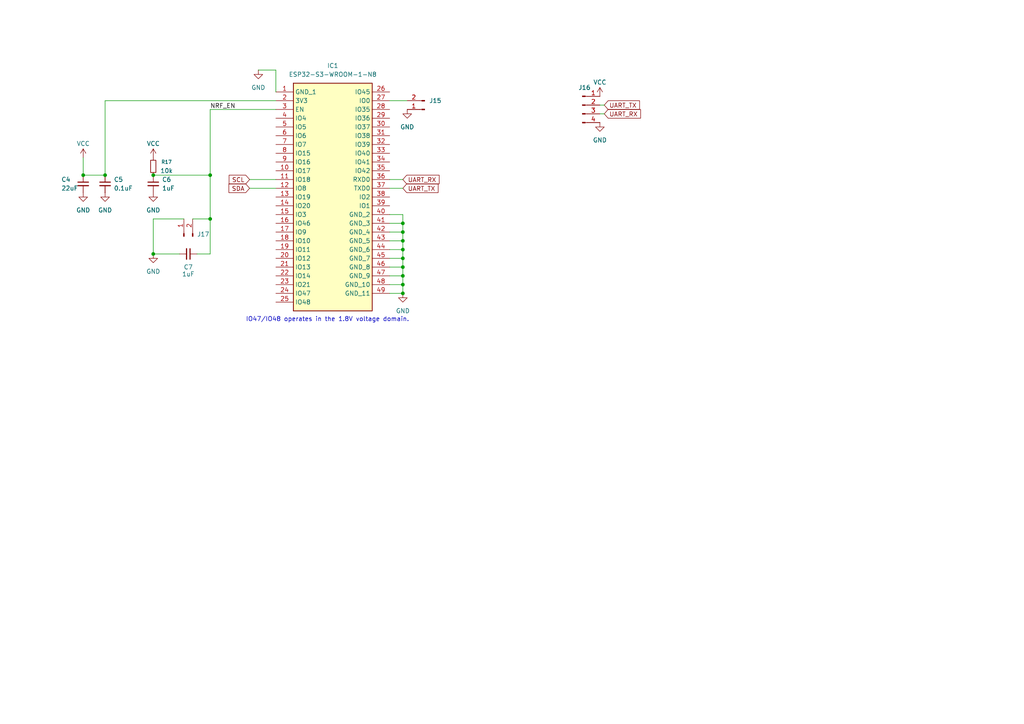
<source format=kicad_sch>
(kicad_sch
	(version 20250114)
	(generator "eeschema")
	(generator_version "9.0")
	(uuid "f8166528-db0d-4f84-9c97-6c2bda48260f")
	(paper "A4")
	(lib_symbols
		(symbol "Connector:Conn_01x02_Pin"
			(pin_names
				(offset 1.016)
				(hide yes)
			)
			(exclude_from_sim no)
			(in_bom yes)
			(on_board yes)
			(property "Reference" "J"
				(at 0 2.54 0)
				(effects
					(font
						(size 1.27 1.27)
					)
				)
			)
			(property "Value" "Conn_01x02_Pin"
				(at 0 -5.08 0)
				(effects
					(font
						(size 1.27 1.27)
					)
				)
			)
			(property "Footprint" ""
				(at 0 0 0)
				(effects
					(font
						(size 1.27 1.27)
					)
					(hide yes)
				)
			)
			(property "Datasheet" "~"
				(at 0 0 0)
				(effects
					(font
						(size 1.27 1.27)
					)
					(hide yes)
				)
			)
			(property "Description" "Generic connector, single row, 01x02, script generated"
				(at 0 0 0)
				(effects
					(font
						(size 1.27 1.27)
					)
					(hide yes)
				)
			)
			(property "ki_locked" ""
				(at 0 0 0)
				(effects
					(font
						(size 1.27 1.27)
					)
				)
			)
			(property "ki_keywords" "connector"
				(at 0 0 0)
				(effects
					(font
						(size 1.27 1.27)
					)
					(hide yes)
				)
			)
			(property "ki_fp_filters" "Connector*:*_1x??_*"
				(at 0 0 0)
				(effects
					(font
						(size 1.27 1.27)
					)
					(hide yes)
				)
			)
			(symbol "Conn_01x02_Pin_1_1"
				(rectangle
					(start 0.8636 0.127)
					(end 0 -0.127)
					(stroke
						(width 0.1524)
						(type default)
					)
					(fill
						(type outline)
					)
				)
				(rectangle
					(start 0.8636 -2.413)
					(end 0 -2.667)
					(stroke
						(width 0.1524)
						(type default)
					)
					(fill
						(type outline)
					)
				)
				(polyline
					(pts
						(xy 1.27 0) (xy 0.8636 0)
					)
					(stroke
						(width 0.1524)
						(type default)
					)
					(fill
						(type none)
					)
				)
				(polyline
					(pts
						(xy 1.27 -2.54) (xy 0.8636 -2.54)
					)
					(stroke
						(width 0.1524)
						(type default)
					)
					(fill
						(type none)
					)
				)
				(pin passive line
					(at 5.08 0 180)
					(length 3.81)
					(name "Pin_1"
						(effects
							(font
								(size 1.27 1.27)
							)
						)
					)
					(number "1"
						(effects
							(font
								(size 1.27 1.27)
							)
						)
					)
				)
				(pin passive line
					(at 5.08 -2.54 180)
					(length 3.81)
					(name "Pin_2"
						(effects
							(font
								(size 1.27 1.27)
							)
						)
					)
					(number "2"
						(effects
							(font
								(size 1.27 1.27)
							)
						)
					)
				)
			)
			(embedded_fonts no)
		)
		(symbol "Connector:Conn_01x04_Pin"
			(pin_names
				(offset 1.016)
				(hide yes)
			)
			(exclude_from_sim no)
			(in_bom yes)
			(on_board yes)
			(property "Reference" "J"
				(at 0 5.08 0)
				(effects
					(font
						(size 1.27 1.27)
					)
				)
			)
			(property "Value" "Conn_01x04_Pin"
				(at 0 -7.62 0)
				(effects
					(font
						(size 1.27 1.27)
					)
				)
			)
			(property "Footprint" ""
				(at 0 0 0)
				(effects
					(font
						(size 1.27 1.27)
					)
					(hide yes)
				)
			)
			(property "Datasheet" "~"
				(at 0 0 0)
				(effects
					(font
						(size 1.27 1.27)
					)
					(hide yes)
				)
			)
			(property "Description" "Generic connector, single row, 01x04, script generated"
				(at 0 0 0)
				(effects
					(font
						(size 1.27 1.27)
					)
					(hide yes)
				)
			)
			(property "ki_locked" ""
				(at 0 0 0)
				(effects
					(font
						(size 1.27 1.27)
					)
				)
			)
			(property "ki_keywords" "connector"
				(at 0 0 0)
				(effects
					(font
						(size 1.27 1.27)
					)
					(hide yes)
				)
			)
			(property "ki_fp_filters" "Connector*:*_1x??_*"
				(at 0 0 0)
				(effects
					(font
						(size 1.27 1.27)
					)
					(hide yes)
				)
			)
			(symbol "Conn_01x04_Pin_1_1"
				(rectangle
					(start 0.8636 2.667)
					(end 0 2.413)
					(stroke
						(width 0.1524)
						(type default)
					)
					(fill
						(type outline)
					)
				)
				(rectangle
					(start 0.8636 0.127)
					(end 0 -0.127)
					(stroke
						(width 0.1524)
						(type default)
					)
					(fill
						(type outline)
					)
				)
				(rectangle
					(start 0.8636 -2.413)
					(end 0 -2.667)
					(stroke
						(width 0.1524)
						(type default)
					)
					(fill
						(type outline)
					)
				)
				(rectangle
					(start 0.8636 -4.953)
					(end 0 -5.207)
					(stroke
						(width 0.1524)
						(type default)
					)
					(fill
						(type outline)
					)
				)
				(polyline
					(pts
						(xy 1.27 2.54) (xy 0.8636 2.54)
					)
					(stroke
						(width 0.1524)
						(type default)
					)
					(fill
						(type none)
					)
				)
				(polyline
					(pts
						(xy 1.27 0) (xy 0.8636 0)
					)
					(stroke
						(width 0.1524)
						(type default)
					)
					(fill
						(type none)
					)
				)
				(polyline
					(pts
						(xy 1.27 -2.54) (xy 0.8636 -2.54)
					)
					(stroke
						(width 0.1524)
						(type default)
					)
					(fill
						(type none)
					)
				)
				(polyline
					(pts
						(xy 1.27 -5.08) (xy 0.8636 -5.08)
					)
					(stroke
						(width 0.1524)
						(type default)
					)
					(fill
						(type none)
					)
				)
				(pin passive line
					(at 5.08 2.54 180)
					(length 3.81)
					(name "Pin_1"
						(effects
							(font
								(size 1.27 1.27)
							)
						)
					)
					(number "1"
						(effects
							(font
								(size 1.27 1.27)
							)
						)
					)
				)
				(pin passive line
					(at 5.08 0 180)
					(length 3.81)
					(name "Pin_2"
						(effects
							(font
								(size 1.27 1.27)
							)
						)
					)
					(number "2"
						(effects
							(font
								(size 1.27 1.27)
							)
						)
					)
				)
				(pin passive line
					(at 5.08 -2.54 180)
					(length 3.81)
					(name "Pin_3"
						(effects
							(font
								(size 1.27 1.27)
							)
						)
					)
					(number "3"
						(effects
							(font
								(size 1.27 1.27)
							)
						)
					)
				)
				(pin passive line
					(at 5.08 -5.08 180)
					(length 3.81)
					(name "Pin_4"
						(effects
							(font
								(size 1.27 1.27)
							)
						)
					)
					(number "4"
						(effects
							(font
								(size 1.27 1.27)
							)
						)
					)
				)
			)
			(embedded_fonts no)
		)
		(symbol "Device:C_Small"
			(pin_numbers
				(hide yes)
			)
			(pin_names
				(offset 0.254)
				(hide yes)
			)
			(exclude_from_sim no)
			(in_bom yes)
			(on_board yes)
			(property "Reference" "C"
				(at 0.254 1.778 0)
				(effects
					(font
						(size 1.27 1.27)
					)
					(justify left)
				)
			)
			(property "Value" "C_Small"
				(at 0.254 -2.032 0)
				(effects
					(font
						(size 1.27 1.27)
					)
					(justify left)
				)
			)
			(property "Footprint" ""
				(at 0 0 0)
				(effects
					(font
						(size 1.27 1.27)
					)
					(hide yes)
				)
			)
			(property "Datasheet" "~"
				(at 0 0 0)
				(effects
					(font
						(size 1.27 1.27)
					)
					(hide yes)
				)
			)
			(property "Description" "Unpolarized capacitor, small symbol"
				(at 0 0 0)
				(effects
					(font
						(size 1.27 1.27)
					)
					(hide yes)
				)
			)
			(property "ki_keywords" "capacitor cap"
				(at 0 0 0)
				(effects
					(font
						(size 1.27 1.27)
					)
					(hide yes)
				)
			)
			(property "ki_fp_filters" "C_*"
				(at 0 0 0)
				(effects
					(font
						(size 1.27 1.27)
					)
					(hide yes)
				)
			)
			(symbol "C_Small_0_1"
				(polyline
					(pts
						(xy -1.524 0.508) (xy 1.524 0.508)
					)
					(stroke
						(width 0.3048)
						(type default)
					)
					(fill
						(type none)
					)
				)
				(polyline
					(pts
						(xy -1.524 -0.508) (xy 1.524 -0.508)
					)
					(stroke
						(width 0.3302)
						(type default)
					)
					(fill
						(type none)
					)
				)
			)
			(symbol "C_Small_1_1"
				(pin passive line
					(at 0 2.54 270)
					(length 2.032)
					(name "~"
						(effects
							(font
								(size 1.27 1.27)
							)
						)
					)
					(number "1"
						(effects
							(font
								(size 1.27 1.27)
							)
						)
					)
				)
				(pin passive line
					(at 0 -2.54 90)
					(length 2.032)
					(name "~"
						(effects
							(font
								(size 1.27 1.27)
							)
						)
					)
					(number "2"
						(effects
							(font
								(size 1.27 1.27)
							)
						)
					)
				)
			)
			(embedded_fonts no)
		)
		(symbol "Device:R_Small"
			(pin_numbers
				(hide yes)
			)
			(pin_names
				(offset 0.254)
				(hide yes)
			)
			(exclude_from_sim no)
			(in_bom yes)
			(on_board yes)
			(property "Reference" "R"
				(at 0 0 90)
				(effects
					(font
						(size 1.016 1.016)
					)
				)
			)
			(property "Value" "R_Small"
				(at 1.778 0 90)
				(effects
					(font
						(size 1.27 1.27)
					)
				)
			)
			(property "Footprint" ""
				(at 0 0 0)
				(effects
					(font
						(size 1.27 1.27)
					)
					(hide yes)
				)
			)
			(property "Datasheet" "~"
				(at 0 0 0)
				(effects
					(font
						(size 1.27 1.27)
					)
					(hide yes)
				)
			)
			(property "Description" "Resistor, small symbol"
				(at 0 0 0)
				(effects
					(font
						(size 1.27 1.27)
					)
					(hide yes)
				)
			)
			(property "ki_keywords" "R resistor"
				(at 0 0 0)
				(effects
					(font
						(size 1.27 1.27)
					)
					(hide yes)
				)
			)
			(property "ki_fp_filters" "R_*"
				(at 0 0 0)
				(effects
					(font
						(size 1.27 1.27)
					)
					(hide yes)
				)
			)
			(symbol "R_Small_0_1"
				(rectangle
					(start -0.762 1.778)
					(end 0.762 -1.778)
					(stroke
						(width 0.2032)
						(type default)
					)
					(fill
						(type none)
					)
				)
			)
			(symbol "R_Small_1_1"
				(pin passive line
					(at 0 2.54 270)
					(length 0.762)
					(name "~"
						(effects
							(font
								(size 1.27 1.27)
							)
						)
					)
					(number "1"
						(effects
							(font
								(size 1.27 1.27)
							)
						)
					)
				)
				(pin passive line
					(at 0 -2.54 90)
					(length 0.762)
					(name "~"
						(effects
							(font
								(size 1.27 1.27)
							)
						)
					)
					(number "2"
						(effects
							(font
								(size 1.27 1.27)
							)
						)
					)
				)
			)
			(embedded_fonts no)
		)
		(symbol "ESP32-S3-WROOM-1-N8:ESP32-S3-WROOM-1-N8"
			(exclude_from_sim no)
			(in_bom yes)
			(on_board yes)
			(property "Reference" "IC"
				(at 29.21 7.62 0)
				(effects
					(font
						(size 1.27 1.27)
					)
					(justify left top)
				)
			)
			(property "Value" "ESP32-S3-WROOM-1-N8"
				(at 29.21 5.08 0)
				(effects
					(font
						(size 1.27 1.27)
					)
					(justify left top)
				)
			)
			(property "Footprint" "ESP32S3WROOM1N8R2"
				(at 29.21 -94.92 0)
				(effects
					(font
						(size 1.27 1.27)
					)
					(justify left top)
					(hide yes)
				)
			)
			(property "Datasheet" "https://www.espressif.com/sites/default/files/documentation/esp32-s3-wroom-1_wroom-1u_datasheet_en.pdf"
				(at 29.21 -194.92 0)
				(effects
					(font
						(size 1.27 1.27)
					)
					(justify left top)
					(hide yes)
				)
			)
			(property "Description" "SMD MODULE, ESP32-S3, 8 MB SPI F"
				(at 0 0 0)
				(effects
					(font
						(size 1.27 1.27)
					)
					(hide yes)
				)
			)
			(property "Height" "3.25"
				(at 29.21 -394.92 0)
				(effects
					(font
						(size 1.27 1.27)
					)
					(justify left top)
					(hide yes)
				)
			)
			(property "Mouser Part Number" "356-ESP32-S3WROOM1N8"
				(at 29.21 -494.92 0)
				(effects
					(font
						(size 1.27 1.27)
					)
					(justify left top)
					(hide yes)
				)
			)
			(property "Mouser Price/Stock" "https://www.mouser.co.uk/ProductDetail/Espressif-Systems/ESP32-S3-WROOM-1-N8?qs=Wj%2FVkw3K%252BMC1mq0KGPvoSQ%3D%3D"
				(at 29.21 -594.92 0)
				(effects
					(font
						(size 1.27 1.27)
					)
					(justify left top)
					(hide yes)
				)
			)
			(property "Manufacturer_Name" "Espressif Systems"
				(at 29.21 -694.92 0)
				(effects
					(font
						(size 1.27 1.27)
					)
					(justify left top)
					(hide yes)
				)
			)
			(property "Manufacturer_Part_Number" "ESP32-S3-WROOM-1-N8"
				(at 29.21 -794.92 0)
				(effects
					(font
						(size 1.27 1.27)
					)
					(justify left top)
					(hide yes)
				)
			)
			(symbol "ESP32-S3-WROOM-1-N8_1_1"
				(rectangle
					(start 5.08 2.54)
					(end 27.94 -63.5)
					(stroke
						(width 0.254)
						(type default)
					)
					(fill
						(type background)
					)
				)
				(pin passive line
					(at 0 0 0)
					(length 5.08)
					(name "GND_1"
						(effects
							(font
								(size 1.27 1.27)
							)
						)
					)
					(number "1"
						(effects
							(font
								(size 1.27 1.27)
							)
						)
					)
				)
				(pin passive line
					(at 0 -2.54 0)
					(length 5.08)
					(name "3V3"
						(effects
							(font
								(size 1.27 1.27)
							)
						)
					)
					(number "2"
						(effects
							(font
								(size 1.27 1.27)
							)
						)
					)
				)
				(pin passive line
					(at 0 -5.08 0)
					(length 5.08)
					(name "EN"
						(effects
							(font
								(size 1.27 1.27)
							)
						)
					)
					(number "3"
						(effects
							(font
								(size 1.27 1.27)
							)
						)
					)
				)
				(pin passive line
					(at 0 -7.62 0)
					(length 5.08)
					(name "IO4"
						(effects
							(font
								(size 1.27 1.27)
							)
						)
					)
					(number "4"
						(effects
							(font
								(size 1.27 1.27)
							)
						)
					)
				)
				(pin passive line
					(at 0 -10.16 0)
					(length 5.08)
					(name "IO5"
						(effects
							(font
								(size 1.27 1.27)
							)
						)
					)
					(number "5"
						(effects
							(font
								(size 1.27 1.27)
							)
						)
					)
				)
				(pin passive line
					(at 0 -12.7 0)
					(length 5.08)
					(name "IO6"
						(effects
							(font
								(size 1.27 1.27)
							)
						)
					)
					(number "6"
						(effects
							(font
								(size 1.27 1.27)
							)
						)
					)
				)
				(pin passive line
					(at 0 -15.24 0)
					(length 5.08)
					(name "IO7"
						(effects
							(font
								(size 1.27 1.27)
							)
						)
					)
					(number "7"
						(effects
							(font
								(size 1.27 1.27)
							)
						)
					)
				)
				(pin passive line
					(at 0 -17.78 0)
					(length 5.08)
					(name "IO15"
						(effects
							(font
								(size 1.27 1.27)
							)
						)
					)
					(number "8"
						(effects
							(font
								(size 1.27 1.27)
							)
						)
					)
				)
				(pin passive line
					(at 0 -20.32 0)
					(length 5.08)
					(name "IO16"
						(effects
							(font
								(size 1.27 1.27)
							)
						)
					)
					(number "9"
						(effects
							(font
								(size 1.27 1.27)
							)
						)
					)
				)
				(pin passive line
					(at 0 -22.86 0)
					(length 5.08)
					(name "IO17"
						(effects
							(font
								(size 1.27 1.27)
							)
						)
					)
					(number "10"
						(effects
							(font
								(size 1.27 1.27)
							)
						)
					)
				)
				(pin passive line
					(at 0 -25.4 0)
					(length 5.08)
					(name "IO18"
						(effects
							(font
								(size 1.27 1.27)
							)
						)
					)
					(number "11"
						(effects
							(font
								(size 1.27 1.27)
							)
						)
					)
				)
				(pin passive line
					(at 0 -27.94 0)
					(length 5.08)
					(name "IO8"
						(effects
							(font
								(size 1.27 1.27)
							)
						)
					)
					(number "12"
						(effects
							(font
								(size 1.27 1.27)
							)
						)
					)
				)
				(pin passive line
					(at 0 -30.48 0)
					(length 5.08)
					(name "IO19"
						(effects
							(font
								(size 1.27 1.27)
							)
						)
					)
					(number "13"
						(effects
							(font
								(size 1.27 1.27)
							)
						)
					)
				)
				(pin passive line
					(at 0 -33.02 0)
					(length 5.08)
					(name "IO20"
						(effects
							(font
								(size 1.27 1.27)
							)
						)
					)
					(number "14"
						(effects
							(font
								(size 1.27 1.27)
							)
						)
					)
				)
				(pin passive line
					(at 0 -35.56 0)
					(length 5.08)
					(name "IO3"
						(effects
							(font
								(size 1.27 1.27)
							)
						)
					)
					(number "15"
						(effects
							(font
								(size 1.27 1.27)
							)
						)
					)
				)
				(pin passive line
					(at 0 -38.1 0)
					(length 5.08)
					(name "IO46"
						(effects
							(font
								(size 1.27 1.27)
							)
						)
					)
					(number "16"
						(effects
							(font
								(size 1.27 1.27)
							)
						)
					)
				)
				(pin passive line
					(at 0 -40.64 0)
					(length 5.08)
					(name "IO9"
						(effects
							(font
								(size 1.27 1.27)
							)
						)
					)
					(number "17"
						(effects
							(font
								(size 1.27 1.27)
							)
						)
					)
				)
				(pin passive line
					(at 0 -43.18 0)
					(length 5.08)
					(name "IO10"
						(effects
							(font
								(size 1.27 1.27)
							)
						)
					)
					(number "18"
						(effects
							(font
								(size 1.27 1.27)
							)
						)
					)
				)
				(pin passive line
					(at 0 -45.72 0)
					(length 5.08)
					(name "IO11"
						(effects
							(font
								(size 1.27 1.27)
							)
						)
					)
					(number "19"
						(effects
							(font
								(size 1.27 1.27)
							)
						)
					)
				)
				(pin passive line
					(at 0 -48.26 0)
					(length 5.08)
					(name "IO12"
						(effects
							(font
								(size 1.27 1.27)
							)
						)
					)
					(number "20"
						(effects
							(font
								(size 1.27 1.27)
							)
						)
					)
				)
				(pin passive line
					(at 0 -50.8 0)
					(length 5.08)
					(name "IO13"
						(effects
							(font
								(size 1.27 1.27)
							)
						)
					)
					(number "21"
						(effects
							(font
								(size 1.27 1.27)
							)
						)
					)
				)
				(pin passive line
					(at 0 -53.34 0)
					(length 5.08)
					(name "IO14"
						(effects
							(font
								(size 1.27 1.27)
							)
						)
					)
					(number "22"
						(effects
							(font
								(size 1.27 1.27)
							)
						)
					)
				)
				(pin passive line
					(at 0 -55.88 0)
					(length 5.08)
					(name "IO21"
						(effects
							(font
								(size 1.27 1.27)
							)
						)
					)
					(number "23"
						(effects
							(font
								(size 1.27 1.27)
							)
						)
					)
				)
				(pin passive line
					(at 0 -58.42 0)
					(length 5.08)
					(name "IO47"
						(effects
							(font
								(size 1.27 1.27)
							)
						)
					)
					(number "24"
						(effects
							(font
								(size 1.27 1.27)
							)
						)
					)
				)
				(pin passive line
					(at 0 -60.96 0)
					(length 5.08)
					(name "IO48"
						(effects
							(font
								(size 1.27 1.27)
							)
						)
					)
					(number "25"
						(effects
							(font
								(size 1.27 1.27)
							)
						)
					)
				)
				(pin passive line
					(at 33.02 0 180)
					(length 5.08)
					(name "IO45"
						(effects
							(font
								(size 1.27 1.27)
							)
						)
					)
					(number "26"
						(effects
							(font
								(size 1.27 1.27)
							)
						)
					)
				)
				(pin passive line
					(at 33.02 -2.54 180)
					(length 5.08)
					(name "IO0"
						(effects
							(font
								(size 1.27 1.27)
							)
						)
					)
					(number "27"
						(effects
							(font
								(size 1.27 1.27)
							)
						)
					)
				)
				(pin passive line
					(at 33.02 -5.08 180)
					(length 5.08)
					(name "IO35"
						(effects
							(font
								(size 1.27 1.27)
							)
						)
					)
					(number "28"
						(effects
							(font
								(size 1.27 1.27)
							)
						)
					)
				)
				(pin passive line
					(at 33.02 -7.62 180)
					(length 5.08)
					(name "IO36"
						(effects
							(font
								(size 1.27 1.27)
							)
						)
					)
					(number "29"
						(effects
							(font
								(size 1.27 1.27)
							)
						)
					)
				)
				(pin passive line
					(at 33.02 -10.16 180)
					(length 5.08)
					(name "IO37"
						(effects
							(font
								(size 1.27 1.27)
							)
						)
					)
					(number "30"
						(effects
							(font
								(size 1.27 1.27)
							)
						)
					)
				)
				(pin passive line
					(at 33.02 -12.7 180)
					(length 5.08)
					(name "IO38"
						(effects
							(font
								(size 1.27 1.27)
							)
						)
					)
					(number "31"
						(effects
							(font
								(size 1.27 1.27)
							)
						)
					)
				)
				(pin passive line
					(at 33.02 -15.24 180)
					(length 5.08)
					(name "IO39"
						(effects
							(font
								(size 1.27 1.27)
							)
						)
					)
					(number "32"
						(effects
							(font
								(size 1.27 1.27)
							)
						)
					)
				)
				(pin passive line
					(at 33.02 -17.78 180)
					(length 5.08)
					(name "IO40"
						(effects
							(font
								(size 1.27 1.27)
							)
						)
					)
					(number "33"
						(effects
							(font
								(size 1.27 1.27)
							)
						)
					)
				)
				(pin passive line
					(at 33.02 -20.32 180)
					(length 5.08)
					(name "IO41"
						(effects
							(font
								(size 1.27 1.27)
							)
						)
					)
					(number "34"
						(effects
							(font
								(size 1.27 1.27)
							)
						)
					)
				)
				(pin passive line
					(at 33.02 -22.86 180)
					(length 5.08)
					(name "IO42"
						(effects
							(font
								(size 1.27 1.27)
							)
						)
					)
					(number "35"
						(effects
							(font
								(size 1.27 1.27)
							)
						)
					)
				)
				(pin passive line
					(at 33.02 -25.4 180)
					(length 5.08)
					(name "RXD0"
						(effects
							(font
								(size 1.27 1.27)
							)
						)
					)
					(number "36"
						(effects
							(font
								(size 1.27 1.27)
							)
						)
					)
				)
				(pin passive line
					(at 33.02 -27.94 180)
					(length 5.08)
					(name "TXD0"
						(effects
							(font
								(size 1.27 1.27)
							)
						)
					)
					(number "37"
						(effects
							(font
								(size 1.27 1.27)
							)
						)
					)
				)
				(pin passive line
					(at 33.02 -30.48 180)
					(length 5.08)
					(name "IO2"
						(effects
							(font
								(size 1.27 1.27)
							)
						)
					)
					(number "38"
						(effects
							(font
								(size 1.27 1.27)
							)
						)
					)
				)
				(pin passive line
					(at 33.02 -33.02 180)
					(length 5.08)
					(name "IO1"
						(effects
							(font
								(size 1.27 1.27)
							)
						)
					)
					(number "39"
						(effects
							(font
								(size 1.27 1.27)
							)
						)
					)
				)
				(pin passive line
					(at 33.02 -35.56 180)
					(length 5.08)
					(name "GND_2"
						(effects
							(font
								(size 1.27 1.27)
							)
						)
					)
					(number "40"
						(effects
							(font
								(size 1.27 1.27)
							)
						)
					)
				)
				(pin passive line
					(at 33.02 -38.1 180)
					(length 5.08)
					(name "GND_3"
						(effects
							(font
								(size 1.27 1.27)
							)
						)
					)
					(number "41"
						(effects
							(font
								(size 1.27 1.27)
							)
						)
					)
				)
				(pin passive line
					(at 33.02 -40.64 180)
					(length 5.08)
					(name "GND_4"
						(effects
							(font
								(size 1.27 1.27)
							)
						)
					)
					(number "42"
						(effects
							(font
								(size 1.27 1.27)
							)
						)
					)
				)
				(pin passive line
					(at 33.02 -43.18 180)
					(length 5.08)
					(name "GND_5"
						(effects
							(font
								(size 1.27 1.27)
							)
						)
					)
					(number "43"
						(effects
							(font
								(size 1.27 1.27)
							)
						)
					)
				)
				(pin passive line
					(at 33.02 -45.72 180)
					(length 5.08)
					(name "GND_6"
						(effects
							(font
								(size 1.27 1.27)
							)
						)
					)
					(number "44"
						(effects
							(font
								(size 1.27 1.27)
							)
						)
					)
				)
				(pin passive line
					(at 33.02 -48.26 180)
					(length 5.08)
					(name "GND_7"
						(effects
							(font
								(size 1.27 1.27)
							)
						)
					)
					(number "45"
						(effects
							(font
								(size 1.27 1.27)
							)
						)
					)
				)
				(pin passive line
					(at 33.02 -50.8 180)
					(length 5.08)
					(name "GND_8"
						(effects
							(font
								(size 1.27 1.27)
							)
						)
					)
					(number "46"
						(effects
							(font
								(size 1.27 1.27)
							)
						)
					)
				)
				(pin passive line
					(at 33.02 -53.34 180)
					(length 5.08)
					(name "GND_9"
						(effects
							(font
								(size 1.27 1.27)
							)
						)
					)
					(number "47"
						(effects
							(font
								(size 1.27 1.27)
							)
						)
					)
				)
				(pin passive line
					(at 33.02 -55.88 180)
					(length 5.08)
					(name "GND_10"
						(effects
							(font
								(size 1.27 1.27)
							)
						)
					)
					(number "48"
						(effects
							(font
								(size 1.27 1.27)
							)
						)
					)
				)
				(pin passive line
					(at 33.02 -58.42 180)
					(length 5.08)
					(name "GND_11"
						(effects
							(font
								(size 1.27 1.27)
							)
						)
					)
					(number "49"
						(effects
							(font
								(size 1.27 1.27)
							)
						)
					)
				)
			)
			(embedded_fonts no)
		)
		(symbol "power:GND"
			(power)
			(pin_numbers
				(hide yes)
			)
			(pin_names
				(offset 0)
				(hide yes)
			)
			(exclude_from_sim no)
			(in_bom yes)
			(on_board yes)
			(property "Reference" "#PWR"
				(at 0 -6.35 0)
				(effects
					(font
						(size 1.27 1.27)
					)
					(hide yes)
				)
			)
			(property "Value" "GND"
				(at 0 -3.81 0)
				(effects
					(font
						(size 1.27 1.27)
					)
				)
			)
			(property "Footprint" ""
				(at 0 0 0)
				(effects
					(font
						(size 1.27 1.27)
					)
					(hide yes)
				)
			)
			(property "Datasheet" ""
				(at 0 0 0)
				(effects
					(font
						(size 1.27 1.27)
					)
					(hide yes)
				)
			)
			(property "Description" "Power symbol creates a global label with name \"GND\" , ground"
				(at 0 0 0)
				(effects
					(font
						(size 1.27 1.27)
					)
					(hide yes)
				)
			)
			(property "ki_keywords" "global power"
				(at 0 0 0)
				(effects
					(font
						(size 1.27 1.27)
					)
					(hide yes)
				)
			)
			(symbol "GND_0_1"
				(polyline
					(pts
						(xy 0 0) (xy 0 -1.27) (xy 1.27 -1.27) (xy 0 -2.54) (xy -1.27 -1.27) (xy 0 -1.27)
					)
					(stroke
						(width 0)
						(type default)
					)
					(fill
						(type none)
					)
				)
			)
			(symbol "GND_1_1"
				(pin power_in line
					(at 0 0 270)
					(length 0)
					(name "~"
						(effects
							(font
								(size 1.27 1.27)
							)
						)
					)
					(number "1"
						(effects
							(font
								(size 1.27 1.27)
							)
						)
					)
				)
			)
			(embedded_fonts no)
		)
		(symbol "power:VCC"
			(power)
			(pin_numbers
				(hide yes)
			)
			(pin_names
				(offset 0)
				(hide yes)
			)
			(exclude_from_sim no)
			(in_bom yes)
			(on_board yes)
			(property "Reference" "#PWR"
				(at 0 -3.81 0)
				(effects
					(font
						(size 1.27 1.27)
					)
					(hide yes)
				)
			)
			(property "Value" "VCC"
				(at 0 3.556 0)
				(effects
					(font
						(size 1.27 1.27)
					)
				)
			)
			(property "Footprint" ""
				(at 0 0 0)
				(effects
					(font
						(size 1.27 1.27)
					)
					(hide yes)
				)
			)
			(property "Datasheet" ""
				(at 0 0 0)
				(effects
					(font
						(size 1.27 1.27)
					)
					(hide yes)
				)
			)
			(property "Description" "Power symbol creates a global label with name \"VCC\""
				(at 0 0 0)
				(effects
					(font
						(size 1.27 1.27)
					)
					(hide yes)
				)
			)
			(property "ki_keywords" "global power"
				(at 0 0 0)
				(effects
					(font
						(size 1.27 1.27)
					)
					(hide yes)
				)
			)
			(symbol "VCC_0_1"
				(polyline
					(pts
						(xy -0.762 1.27) (xy 0 2.54)
					)
					(stroke
						(width 0)
						(type default)
					)
					(fill
						(type none)
					)
				)
				(polyline
					(pts
						(xy 0 2.54) (xy 0.762 1.27)
					)
					(stroke
						(width 0)
						(type default)
					)
					(fill
						(type none)
					)
				)
				(polyline
					(pts
						(xy 0 0) (xy 0 2.54)
					)
					(stroke
						(width 0)
						(type default)
					)
					(fill
						(type none)
					)
				)
			)
			(symbol "VCC_1_1"
				(pin power_in line
					(at 0 0 90)
					(length 0)
					(name "~"
						(effects
							(font
								(size 1.27 1.27)
							)
						)
					)
					(number "1"
						(effects
							(font
								(size 1.27 1.27)
							)
						)
					)
				)
			)
			(embedded_fonts no)
		)
	)
	(text "IO47/IO48 operates in the 1.8V voltage domain.\n"
		(exclude_from_sim no)
		(at 94.996 92.71 0)
		(effects
			(font
				(size 1.27 1.27)
			)
		)
		(uuid "8568ed27-158e-4810-b3f1-17d7df1885ac")
	)
	(junction
		(at 30.48 50.8)
		(diameter 0)
		(color 0 0 0 0)
		(uuid "2725825a-6411-46f6-bf03-3beeec39c53b")
	)
	(junction
		(at 116.84 82.55)
		(diameter 0)
		(color 0 0 0 0)
		(uuid "2c9c0b33-c646-4ec2-bfb7-5ad200816d85")
	)
	(junction
		(at 60.96 50.8)
		(diameter 0)
		(color 0 0 0 0)
		(uuid "30917d09-1c9d-49a7-b526-558ae4908123")
	)
	(junction
		(at 44.45 50.8)
		(diameter 0)
		(color 0 0 0 0)
		(uuid "3b9a9a25-451c-4310-b782-73e054e807b3")
	)
	(junction
		(at 116.84 67.31)
		(diameter 0)
		(color 0 0 0 0)
		(uuid "458a0fb9-d044-48b0-819f-647e29b2a1ea")
	)
	(junction
		(at 116.84 64.77)
		(diameter 0)
		(color 0 0 0 0)
		(uuid "469fd177-f234-4244-9738-d0c5742df3eb")
	)
	(junction
		(at 116.84 72.39)
		(diameter 0)
		(color 0 0 0 0)
		(uuid "48d802da-421c-4009-8359-5d8b10162c7d")
	)
	(junction
		(at 60.96 63.5)
		(diameter 0)
		(color 0 0 0 0)
		(uuid "4f0d3173-39f0-482e-856a-0796f7fc17d1")
	)
	(junction
		(at 44.45 73.66)
		(diameter 0)
		(color 0 0 0 0)
		(uuid "5a305919-1789-4781-897a-6e90b8bd2643")
	)
	(junction
		(at 116.84 80.01)
		(diameter 0)
		(color 0 0 0 0)
		(uuid "6c585fa8-a14e-4018-8aa5-e1a113a6eb9f")
	)
	(junction
		(at 116.84 85.09)
		(diameter 0)
		(color 0 0 0 0)
		(uuid "9d1f61b9-58ca-4e9b-aa31-88889a6dbf00")
	)
	(junction
		(at 116.84 69.85)
		(diameter 0)
		(color 0 0 0 0)
		(uuid "a3e424f2-eb91-4e94-87c6-5b0bb2697d70")
	)
	(junction
		(at 116.84 74.93)
		(diameter 0)
		(color 0 0 0 0)
		(uuid "a3f47c30-8177-4fc8-94dc-c74b0f90d383")
	)
	(junction
		(at 24.13 50.8)
		(diameter 0)
		(color 0 0 0 0)
		(uuid "f7e64299-16d2-4b58-a862-8be2c3f026c2")
	)
	(junction
		(at 116.84 77.47)
		(diameter 0)
		(color 0 0 0 0)
		(uuid "f9942e30-c309-44a9-aea1-e47a440082e2")
	)
	(wire
		(pts
			(xy 116.84 52.07) (xy 113.03 52.07)
		)
		(stroke
			(width 0)
			(type default)
		)
		(uuid "0167deef-66b5-4ca2-9482-46a09740f2ab")
	)
	(wire
		(pts
			(xy 116.84 64.77) (xy 116.84 67.31)
		)
		(stroke
			(width 0)
			(type default)
		)
		(uuid "099ee581-af76-47ef-92ae-9f3e39d3e28c")
	)
	(wire
		(pts
			(xy 113.03 67.31) (xy 116.84 67.31)
		)
		(stroke
			(width 0)
			(type default)
		)
		(uuid "09f6b24c-314d-4b1b-bec3-1bdd18012040")
	)
	(wire
		(pts
			(xy 60.96 50.8) (xy 60.96 63.5)
		)
		(stroke
			(width 0)
			(type default)
		)
		(uuid "0e6627e1-5ea9-4c47-bf55-a23634e542cd")
	)
	(wire
		(pts
			(xy 116.84 62.23) (xy 116.84 64.77)
		)
		(stroke
			(width 0)
			(type default)
		)
		(uuid "113e7b10-94d3-4c9b-8ab4-990ef58c551e")
	)
	(wire
		(pts
			(xy 24.13 50.8) (xy 24.13 45.72)
		)
		(stroke
			(width 0)
			(type default)
		)
		(uuid "12df7960-a218-4475-b415-7d978b396cba")
	)
	(wire
		(pts
			(xy 60.96 63.5) (xy 60.96 73.66)
		)
		(stroke
			(width 0)
			(type default)
		)
		(uuid "146bd928-a045-496d-8eb6-4c62dba2dd7c")
	)
	(wire
		(pts
			(xy 60.96 73.66) (xy 57.15 73.66)
		)
		(stroke
			(width 0)
			(type default)
		)
		(uuid "16a64512-c3d4-4ba9-a3e1-92ae5c840f16")
	)
	(wire
		(pts
			(xy 60.96 31.75) (xy 60.96 50.8)
		)
		(stroke
			(width 0)
			(type default)
		)
		(uuid "1d2dab2e-02dc-4806-9acd-1e1245b6d185")
	)
	(wire
		(pts
			(xy 116.84 54.61) (xy 113.03 54.61)
		)
		(stroke
			(width 0)
			(type default)
		)
		(uuid "26bb199a-7b25-42bf-be46-9a97ac49a50d")
	)
	(wire
		(pts
			(xy 55.88 63.5) (xy 60.96 63.5)
		)
		(stroke
			(width 0)
			(type default)
		)
		(uuid "271a45d2-eb43-4f7b-b680-7869cc61497e")
	)
	(wire
		(pts
			(xy 113.03 64.77) (xy 116.84 64.77)
		)
		(stroke
			(width 0)
			(type default)
		)
		(uuid "2785a915-3cb5-4318-a2c2-5a09507a1d2d")
	)
	(wire
		(pts
			(xy 24.13 50.8) (xy 30.48 50.8)
		)
		(stroke
			(width 0)
			(type default)
		)
		(uuid "29ab2e17-ae45-4420-91a4-3d30dc6199e8")
	)
	(wire
		(pts
			(xy 30.48 29.21) (xy 80.01 29.21)
		)
		(stroke
			(width 0)
			(type default)
		)
		(uuid "2e253fef-4dce-4103-a843-2485dfc096b8")
	)
	(wire
		(pts
			(xy 80.01 20.32) (xy 80.01 26.67)
		)
		(stroke
			(width 0)
			(type default)
		)
		(uuid "307f19cd-564a-4b8a-8c18-c1d7b46af3ad")
	)
	(wire
		(pts
			(xy 113.03 62.23) (xy 116.84 62.23)
		)
		(stroke
			(width 0)
			(type default)
		)
		(uuid "31b54487-b115-4949-8e05-fc7bb0a52779")
	)
	(wire
		(pts
			(xy 175.26 33.02) (xy 173.99 33.02)
		)
		(stroke
			(width 0)
			(type default)
		)
		(uuid "32118c4d-5f08-4d1f-9a15-3e1b5dc68f50")
	)
	(wire
		(pts
			(xy 44.45 63.5) (xy 44.45 73.66)
		)
		(stroke
			(width 0)
			(type default)
		)
		(uuid "36ee2230-0be4-419d-9f62-4ace4e8dbeed")
	)
	(wire
		(pts
			(xy 116.84 80.01) (xy 116.84 82.55)
		)
		(stroke
			(width 0)
			(type default)
		)
		(uuid "3871530b-6055-4d82-9614-2433df33121b")
	)
	(wire
		(pts
			(xy 113.03 72.39) (xy 116.84 72.39)
		)
		(stroke
			(width 0)
			(type default)
		)
		(uuid "3e58a7a1-90cc-494b-81cb-0b652f2c3fbf")
	)
	(wire
		(pts
			(xy 116.84 82.55) (xy 116.84 85.09)
		)
		(stroke
			(width 0)
			(type default)
		)
		(uuid "3f164d7b-80ae-46bc-8c2d-889a420ea2b5")
	)
	(wire
		(pts
			(xy 30.48 50.8) (xy 30.48 29.21)
		)
		(stroke
			(width 0)
			(type default)
		)
		(uuid "488a8617-01b4-4b84-b86f-fe9e44268d93")
	)
	(wire
		(pts
			(xy 116.84 72.39) (xy 116.84 74.93)
		)
		(stroke
			(width 0)
			(type default)
		)
		(uuid "54ecc8d4-dddb-4052-890f-e805961568f8")
	)
	(wire
		(pts
			(xy 113.03 74.93) (xy 116.84 74.93)
		)
		(stroke
			(width 0)
			(type default)
		)
		(uuid "617c736c-de22-4def-8abe-9a2a48c7e445")
	)
	(wire
		(pts
			(xy 113.03 80.01) (xy 116.84 80.01)
		)
		(stroke
			(width 0)
			(type default)
		)
		(uuid "66c6835a-a21c-4c38-8d83-056843b0c780")
	)
	(wire
		(pts
			(xy 116.84 69.85) (xy 116.84 72.39)
		)
		(stroke
			(width 0)
			(type default)
		)
		(uuid "6a480715-edfa-4807-a563-63d9cda3086a")
	)
	(wire
		(pts
			(xy 116.84 77.47) (xy 116.84 80.01)
		)
		(stroke
			(width 0)
			(type default)
		)
		(uuid "7255cbd4-33c9-4ea9-8bdb-b10f7ae2a9f0")
	)
	(wire
		(pts
			(xy 72.39 52.07) (xy 80.01 52.07)
		)
		(stroke
			(width 0)
			(type default)
		)
		(uuid "980aad1d-7f89-40a4-9971-3308b14feb84")
	)
	(wire
		(pts
			(xy 175.26 30.48) (xy 173.99 30.48)
		)
		(stroke
			(width 0)
			(type default)
		)
		(uuid "9d4e18d5-c8c4-4c91-afbc-f046dbea4761")
	)
	(wire
		(pts
			(xy 113.03 82.55) (xy 116.84 82.55)
		)
		(stroke
			(width 0)
			(type default)
		)
		(uuid "b5148c24-1cea-4efe-a1e6-228584f7dc6a")
	)
	(wire
		(pts
			(xy 116.84 74.93) (xy 116.84 77.47)
		)
		(stroke
			(width 0)
			(type default)
		)
		(uuid "b653578d-66a9-4162-a932-f1b10bc91842")
	)
	(wire
		(pts
			(xy 60.96 31.75) (xy 80.01 31.75)
		)
		(stroke
			(width 0)
			(type default)
		)
		(uuid "bc7c1e50-a4cb-4c4b-af7f-8cdb3ef4db74")
	)
	(wire
		(pts
			(xy 72.39 54.61) (xy 80.01 54.61)
		)
		(stroke
			(width 0)
			(type default)
		)
		(uuid "be1eea51-f134-49a9-981a-122bb36b6ed7")
	)
	(wire
		(pts
			(xy 44.45 50.8) (xy 60.96 50.8)
		)
		(stroke
			(width 0)
			(type default)
		)
		(uuid "c2deaf57-f6d6-4ca6-b571-1b6a9e268375")
	)
	(wire
		(pts
			(xy 53.34 63.5) (xy 44.45 63.5)
		)
		(stroke
			(width 0)
			(type default)
		)
		(uuid "c4fdf38b-e859-42ba-ae2f-7cf0d6649585")
	)
	(wire
		(pts
			(xy 74.93 20.32) (xy 80.01 20.32)
		)
		(stroke
			(width 0)
			(type default)
		)
		(uuid "d8c4746b-797b-4887-a825-ad3ade047536")
	)
	(wire
		(pts
			(xy 113.03 29.21) (xy 118.11 29.21)
		)
		(stroke
			(width 0)
			(type default)
		)
		(uuid "dedb5409-0d16-4e5e-96ac-d9aa9019e762")
	)
	(wire
		(pts
			(xy 113.03 77.47) (xy 116.84 77.47)
		)
		(stroke
			(width 0)
			(type default)
		)
		(uuid "e1b8bf1a-6e5b-4d96-a519-be28477d553c")
	)
	(wire
		(pts
			(xy 116.84 85.09) (xy 113.03 85.09)
		)
		(stroke
			(width 0)
			(type default)
		)
		(uuid "e99b37af-ffb0-4256-a6d0-8342008ac088")
	)
	(wire
		(pts
			(xy 116.84 67.31) (xy 116.84 69.85)
		)
		(stroke
			(width 0)
			(type default)
		)
		(uuid "ee6b637e-b0a9-465a-a11e-52375fc48527")
	)
	(wire
		(pts
			(xy 44.45 73.66) (xy 52.07 73.66)
		)
		(stroke
			(width 0)
			(type default)
		)
		(uuid "f2fe04ee-12dd-430d-a205-d1f24e6bdf82")
	)
	(wire
		(pts
			(xy 113.03 69.85) (xy 116.84 69.85)
		)
		(stroke
			(width 0)
			(type default)
		)
		(uuid "f436a685-8c57-48a9-89c8-1f8ff3546273")
	)
	(label "NRF_EN"
		(at 60.96 31.75 0)
		(effects
			(font
				(size 1.27 1.27)
			)
			(justify left bottom)
		)
		(uuid "327bab92-d3ac-408e-af28-22e0e1628eff")
	)
	(global_label "SCL"
		(shape input)
		(at 72.39 52.07 180)
		(fields_autoplaced yes)
		(effects
			(font
				(size 1.27 1.27)
			)
			(justify right)
		)
		(uuid "1994478b-c55b-43a8-923b-0a6b1e448194")
		(property "Intersheetrefs" "${INTERSHEET_REFS}"
			(at 65.8972 52.07 0)
			(effects
				(font
					(size 1.27 1.27)
				)
				(justify right)
				(hide yes)
			)
		)
	)
	(global_label "UART_RX"
		(shape input)
		(at 116.84 52.07 0)
		(fields_autoplaced yes)
		(effects
			(font
				(size 1.27 1.27)
			)
			(justify left)
		)
		(uuid "1c9fd99d-a8e8-455f-b27d-9daeb5cd1a10")
		(property "Intersheetrefs" "${INTERSHEET_REFS}"
			(at 127.929 52.07 0)
			(effects
				(font
					(size 1.27 1.27)
				)
				(justify left)
				(hide yes)
			)
		)
	)
	(global_label "UART_TX"
		(shape input)
		(at 175.26 30.48 0)
		(fields_autoplaced yes)
		(effects
			(font
				(size 1.27 1.27)
			)
			(justify left)
		)
		(uuid "3f07530d-3122-4c75-a2b8-d01ce13ff704")
		(property "Intersheetrefs" "${INTERSHEET_REFS}"
			(at 186.0466 30.48 0)
			(effects
				(font
					(size 1.27 1.27)
				)
				(justify left)
				(hide yes)
			)
		)
	)
	(global_label "SDA"
		(shape input)
		(at 72.39 54.61 180)
		(fields_autoplaced yes)
		(effects
			(font
				(size 1.27 1.27)
			)
			(justify right)
		)
		(uuid "9536e031-2744-49e4-bae4-c7cf7c859fdb")
		(property "Intersheetrefs" "${INTERSHEET_REFS}"
			(at 65.8367 54.61 0)
			(effects
				(font
					(size 1.27 1.27)
				)
				(justify right)
				(hide yes)
			)
		)
	)
	(global_label "UART_RX"
		(shape input)
		(at 175.26 33.02 0)
		(fields_autoplaced yes)
		(effects
			(font
				(size 1.27 1.27)
			)
			(justify left)
		)
		(uuid "d8175e03-9900-41e6-9e78-e82ae58a91f7")
		(property "Intersheetrefs" "${INTERSHEET_REFS}"
			(at 186.349 33.02 0)
			(effects
				(font
					(size 1.27 1.27)
				)
				(justify left)
				(hide yes)
			)
		)
	)
	(global_label "UART_TX"
		(shape input)
		(at 116.84 54.61 0)
		(fields_autoplaced yes)
		(effects
			(font
				(size 1.27 1.27)
			)
			(justify left)
		)
		(uuid "eda167f5-549d-4e1b-9ea0-b084963517f4")
		(property "Intersheetrefs" "${INTERSHEET_REFS}"
			(at 127.6266 54.61 0)
			(effects
				(font
					(size 1.27 1.27)
				)
				(justify left)
				(hide yes)
			)
		)
	)
	(symbol
		(lib_id "Device:C_Small")
		(at 44.45 53.34 0)
		(unit 1)
		(exclude_from_sim no)
		(in_bom yes)
		(on_board yes)
		(dnp no)
		(fields_autoplaced yes)
		(uuid "04995ec0-38d2-461e-bb1d-022330f0ff28")
		(property "Reference" "C6"
			(at 46.99 52.0762 0)
			(effects
				(font
					(size 1.27 1.27)
				)
				(justify left)
			)
		)
		(property "Value" "1uF"
			(at 46.99 54.6162 0)
			(effects
				(font
					(size 1.27 1.27)
				)
				(justify left)
			)
		)
		(property "Footprint" "Capacitor_SMD:C_0603_1608Metric"
			(at 44.45 53.34 0)
			(effects
				(font
					(size 1.27 1.27)
				)
				(hide yes)
			)
		)
		(property "Datasheet" "https://www.mouser.be/datasheet/2/40/cx5r_KGM-3223198.pdf"
			(at 44.45 53.34 0)
			(effects
				(font
					(size 1.27 1.27)
				)
				(hide yes)
			)
		)
		(property "Description" "Unpolarized capacitor, small symbol"
			(at 44.45 53.34 0)
			(effects
				(font
					(size 1.27 1.27)
				)
				(hide yes)
			)
		)
		(property "Part" "0603YD106MAT2A"
			(at 44.45 53.34 0)
			(effects
				(font
					(size 1.27 1.27)
				)
				(hide yes)
			)
		)
		(pin "1"
			(uuid "a42afd7f-a363-4ebf-8deb-514faed4f576")
		)
		(pin "2"
			(uuid "c63be051-674d-46ac-b1ad-8f6b3ea630a3")
		)
		(instances
			(project "hexapod"
				(path "/9d501995-221a-454a-934e-4afa4d88b86e/b824ea32-6e2e-4672-ad84-5344df4cca9e"
					(reference "C6")
					(unit 1)
				)
			)
		)
	)
	(symbol
		(lib_id "Device:C_Small")
		(at 30.48 53.34 0)
		(unit 1)
		(exclude_from_sim no)
		(in_bom yes)
		(on_board yes)
		(dnp no)
		(fields_autoplaced yes)
		(uuid "0c305808-635b-4f6f-9f0f-be62c7896cb2")
		(property "Reference" "C5"
			(at 33.02 52.0762 0)
			(effects
				(font
					(size 1.27 1.27)
				)
				(justify left)
			)
		)
		(property "Value" "0.1uF"
			(at 33.02 54.6162 0)
			(effects
				(font
					(size 1.27 1.27)
				)
				(justify left)
			)
		)
		(property "Footprint" "Capacitor_SMD:C_0603_1608Metric"
			(at 30.48 53.34 0)
			(effects
				(font
					(size 1.27 1.27)
				)
				(hide yes)
			)
		)
		(property "Datasheet" "https://www.mouser.be/datasheet/2/40/cx5r_KGM-3223198.pdf"
			(at 30.48 53.34 0)
			(effects
				(font
					(size 1.27 1.27)
				)
				(hide yes)
			)
		)
		(property "Description" "Unpolarized capacitor, small symbol"
			(at 30.48 53.34 0)
			(effects
				(font
					(size 1.27 1.27)
				)
				(hide yes)
			)
		)
		(property "Part" "0603YD106MAT2A"
			(at 30.48 53.34 0)
			(effects
				(font
					(size 1.27 1.27)
				)
				(hide yes)
			)
		)
		(pin "1"
			(uuid "22e696fb-30de-4cb4-a4fb-f5c4d6be7158")
		)
		(pin "2"
			(uuid "2d9a786b-10fe-42ac-829c-ba412369b625")
		)
		(instances
			(project "hexapod"
				(path "/9d501995-221a-454a-934e-4afa4d88b86e/b824ea32-6e2e-4672-ad84-5344df4cca9e"
					(reference "C5")
					(unit 1)
				)
			)
		)
	)
	(symbol
		(lib_id "power:GND")
		(at 44.45 73.66 0)
		(unit 1)
		(exclude_from_sim no)
		(in_bom yes)
		(on_board yes)
		(dnp no)
		(fields_autoplaced yes)
		(uuid "18f6e0b1-5f51-4cb8-a8b2-7175426dee27")
		(property "Reference" "#PWR064"
			(at 44.45 80.01 0)
			(effects
				(font
					(size 1.27 1.27)
				)
				(hide yes)
			)
		)
		(property "Value" "GND"
			(at 44.45 78.74 0)
			(effects
				(font
					(size 1.27 1.27)
				)
			)
		)
		(property "Footprint" ""
			(at 44.45 73.66 0)
			(effects
				(font
					(size 1.27 1.27)
				)
				(hide yes)
			)
		)
		(property "Datasheet" ""
			(at 44.45 73.66 0)
			(effects
				(font
					(size 1.27 1.27)
				)
				(hide yes)
			)
		)
		(property "Description" "Power symbol creates a global label with name \"GND\" , ground"
			(at 44.45 73.66 0)
			(effects
				(font
					(size 1.27 1.27)
				)
				(hide yes)
			)
		)
		(pin "1"
			(uuid "748cd1dc-a3e4-408c-8422-3f238fb57297")
		)
		(instances
			(project "hexapod"
				(path "/9d501995-221a-454a-934e-4afa4d88b86e/b824ea32-6e2e-4672-ad84-5344df4cca9e"
					(reference "#PWR064")
					(unit 1)
				)
			)
		)
	)
	(symbol
		(lib_id "Device:R_Small")
		(at 44.45 48.26 0)
		(unit 1)
		(exclude_from_sim no)
		(in_bom yes)
		(on_board yes)
		(dnp no)
		(uuid "1daf7dbb-edb1-4247-ae2e-4d69d35cf910")
		(property "Reference" "R17"
			(at 46.736 46.99 0)
			(effects
				(font
					(size 1.016 1.016)
				)
				(justify left)
			)
		)
		(property "Value" "10k"
			(at 46.482 49.53 0)
			(effects
				(font
					(size 1.27 1.27)
				)
				(justify left)
			)
		)
		(property "Footprint" "Resistor_SMD:R_0603_1608Metric_Pad0.98x0.95mm_HandSolder"
			(at 44.45 48.26 0)
			(effects
				(font
					(size 1.27 1.27)
				)
				(hide yes)
			)
		)
		(property "Datasheet" "https://www.vishay.com/doc?20035"
			(at 44.45 48.26 0)
			(effects
				(font
					(size 1.27 1.27)
				)
				(hide yes)
			)
		)
		(property "Description" "Resistor, small symbol"
			(at 44.45 48.26 0)
			(effects
				(font
					(size 1.27 1.27)
				)
				(hide yes)
			)
		)
		(property "Part" "CRCW060310K0FKEI"
			(at 44.45 48.26 0)
			(effects
				(font
					(size 1.27 1.27)
				)
				(hide yes)
			)
		)
		(pin "2"
			(uuid "4f42c488-6ea3-4467-987a-e49b472528ff")
		)
		(pin "1"
			(uuid "539372c9-5699-4838-9e9b-0568f18073e6")
		)
		(instances
			(project "hexapod"
				(path "/9d501995-221a-454a-934e-4afa4d88b86e/b824ea32-6e2e-4672-ad84-5344df4cca9e"
					(reference "R17")
					(unit 1)
				)
			)
		)
	)
	(symbol
		(lib_id "power:VCC")
		(at 173.99 27.94 0)
		(mirror y)
		(unit 1)
		(exclude_from_sim no)
		(in_bom yes)
		(on_board yes)
		(dnp no)
		(uuid "20896b77-2c03-4adb-88a1-42e5c3037a3c")
		(property "Reference" "#PWR046"
			(at 173.99 31.75 0)
			(effects
				(font
					(size 1.27 1.27)
				)
				(hide yes)
			)
		)
		(property "Value" "VCC"
			(at 173.99 23.876 0)
			(effects
				(font
					(size 1.27 1.27)
				)
			)
		)
		(property "Footprint" ""
			(at 173.99 27.94 0)
			(effects
				(font
					(size 1.27 1.27)
				)
				(hide yes)
			)
		)
		(property "Datasheet" ""
			(at 173.99 27.94 0)
			(effects
				(font
					(size 1.27 1.27)
				)
				(hide yes)
			)
		)
		(property "Description" "Power symbol creates a global label with name \"VCC\""
			(at 173.99 27.94 0)
			(effects
				(font
					(size 1.27 1.27)
				)
				(hide yes)
			)
		)
		(pin "1"
			(uuid "2a4784ad-cf20-4710-9c64-f178c4823415")
		)
		(instances
			(project "hexapod"
				(path "/9d501995-221a-454a-934e-4afa4d88b86e/b824ea32-6e2e-4672-ad84-5344df4cca9e"
					(reference "#PWR046")
					(unit 1)
				)
			)
		)
	)
	(symbol
		(lib_id "power:VCC")
		(at 44.45 45.72 0)
		(unit 1)
		(exclude_from_sim no)
		(in_bom yes)
		(on_board yes)
		(dnp no)
		(uuid "2c39e2f2-2c50-4916-9c1f-51e2fa70b85f")
		(property "Reference" "#PWR061"
			(at 44.45 49.53 0)
			(effects
				(font
					(size 1.27 1.27)
				)
				(hide yes)
			)
		)
		(property "Value" "VCC"
			(at 44.45 41.656 0)
			(effects
				(font
					(size 1.27 1.27)
				)
			)
		)
		(property "Footprint" ""
			(at 44.45 45.72 0)
			(effects
				(font
					(size 1.27 1.27)
				)
				(hide yes)
			)
		)
		(property "Datasheet" ""
			(at 44.45 45.72 0)
			(effects
				(font
					(size 1.27 1.27)
				)
				(hide yes)
			)
		)
		(property "Description" "Power symbol creates a global label with name \"VCC\""
			(at 44.45 45.72 0)
			(effects
				(font
					(size 1.27 1.27)
				)
				(hide yes)
			)
		)
		(pin "1"
			(uuid "ae49e58d-f35b-4032-a0c5-97a1b0dff9a6")
		)
		(instances
			(project "hexapod"
				(path "/9d501995-221a-454a-934e-4afa4d88b86e/b824ea32-6e2e-4672-ad84-5344df4cca9e"
					(reference "#PWR061")
					(unit 1)
				)
			)
		)
	)
	(symbol
		(lib_id "Connector:Conn_01x02_Pin")
		(at 53.34 68.58 90)
		(unit 1)
		(exclude_from_sim no)
		(in_bom yes)
		(on_board yes)
		(dnp no)
		(fields_autoplaced yes)
		(uuid "32361b3d-8423-49c1-b73c-3f2fddda96e9")
		(property "Reference" "J17"
			(at 57.15 67.9449 90)
			(effects
				(font
					(size 1.27 1.27)
				)
				(justify right)
			)
		)
		(property "Value" "Conn_01x02_Pin"
			(at 53.3401 69.85 0)
			(effects
				(font
					(size 1.27 1.27)
				)
				(justify right)
				(hide yes)
			)
		)
		(property "Footprint" "Connector_PinHeader_2.54mm:PinHeader_1x02_P2.54mm_Vertical"
			(at 53.34 68.58 0)
			(effects
				(font
					(size 1.27 1.27)
				)
				(hide yes)
			)
		)
		(property "Datasheet" "~"
			(at 53.34 68.58 0)
			(effects
				(font
					(size 1.27 1.27)
				)
				(hide yes)
			)
		)
		(property "Description" "Generic connector, single row, 01x02, script generated"
			(at 53.34 68.58 0)
			(effects
				(font
					(size 1.27 1.27)
				)
				(hide yes)
			)
		)
		(pin "1"
			(uuid "12f70eed-4de1-4506-b3f4-ab6c97bb3888")
		)
		(pin "2"
			(uuid "accc7f93-c337-477e-8065-06331257460b")
		)
		(instances
			(project "hexapod"
				(path "/9d501995-221a-454a-934e-4afa4d88b86e/b824ea32-6e2e-4672-ad84-5344df4cca9e"
					(reference "J17")
					(unit 1)
				)
			)
		)
	)
	(symbol
		(lib_id "power:VCC")
		(at 24.13 45.72 0)
		(unit 1)
		(exclude_from_sim no)
		(in_bom yes)
		(on_board yes)
		(dnp no)
		(uuid "3e0a3eae-29fe-457e-b779-829768dec31c")
		(property "Reference" "#PWR044"
			(at 24.13 49.53 0)
			(effects
				(font
					(size 1.27 1.27)
				)
				(hide yes)
			)
		)
		(property "Value" "VCC"
			(at 24.13 41.656 0)
			(effects
				(font
					(size 1.27 1.27)
				)
			)
		)
		(property "Footprint" ""
			(at 24.13 45.72 0)
			(effects
				(font
					(size 1.27 1.27)
				)
				(hide yes)
			)
		)
		(property "Datasheet" ""
			(at 24.13 45.72 0)
			(effects
				(font
					(size 1.27 1.27)
				)
				(hide yes)
			)
		)
		(property "Description" "Power symbol creates a global label with name \"VCC\""
			(at 24.13 45.72 0)
			(effects
				(font
					(size 1.27 1.27)
				)
				(hide yes)
			)
		)
		(pin "1"
			(uuid "a36ad937-a9b0-4f68-919f-3c3c44cd5cbf")
		)
		(instances
			(project "hexapod"
				(path "/9d501995-221a-454a-934e-4afa4d88b86e/b824ea32-6e2e-4672-ad84-5344df4cca9e"
					(reference "#PWR044")
					(unit 1)
				)
			)
		)
	)
	(symbol
		(lib_id "Connector:Conn_01x02_Pin")
		(at 123.19 31.75 180)
		(unit 1)
		(exclude_from_sim no)
		(in_bom yes)
		(on_board yes)
		(dnp no)
		(fields_autoplaced yes)
		(uuid "6b5e5885-b7ea-4bcf-8af6-b925dda7fbc3")
		(property "Reference" "J15"
			(at 124.46 29.2099 0)
			(effects
				(font
					(size 1.27 1.27)
				)
				(justify right)
			)
		)
		(property "Value" "Conn_01x02_Pin"
			(at 124.46 31.7499 0)
			(effects
				(font
					(size 1.27 1.27)
				)
				(justify right)
				(hide yes)
			)
		)
		(property "Footprint" "Connector_PinHeader_2.54mm:PinHeader_1x02_P2.54mm_Vertical"
			(at 123.19 31.75 0)
			(effects
				(font
					(size 1.27 1.27)
				)
				(hide yes)
			)
		)
		(property "Datasheet" "~"
			(at 123.19 31.75 0)
			(effects
				(font
					(size 1.27 1.27)
				)
				(hide yes)
			)
		)
		(property "Description" "Generic connector, single row, 01x02, script generated"
			(at 123.19 31.75 0)
			(effects
				(font
					(size 1.27 1.27)
				)
				(hide yes)
			)
		)
		(pin "1"
			(uuid "df0a8761-4920-432d-826c-1561fac6dad5")
		)
		(pin "2"
			(uuid "57f92ae4-7322-4e24-8034-e10271abeefd")
		)
		(instances
			(project "hexapod"
				(path "/9d501995-221a-454a-934e-4afa4d88b86e/b824ea32-6e2e-4672-ad84-5344df4cca9e"
					(reference "J15")
					(unit 1)
				)
			)
		)
	)
	(symbol
		(lib_id "power:GND")
		(at 74.93 20.32 0)
		(unit 1)
		(exclude_from_sim no)
		(in_bom yes)
		(on_board yes)
		(dnp no)
		(fields_autoplaced yes)
		(uuid "7876745d-9460-46c2-9883-3980902810cd")
		(property "Reference" "#PWR013"
			(at 74.93 26.67 0)
			(effects
				(font
					(size 1.27 1.27)
				)
				(hide yes)
			)
		)
		(property "Value" "GND"
			(at 74.93 25.4 0)
			(effects
				(font
					(size 1.27 1.27)
				)
			)
		)
		(property "Footprint" ""
			(at 74.93 20.32 0)
			(effects
				(font
					(size 1.27 1.27)
				)
				(hide yes)
			)
		)
		(property "Datasheet" ""
			(at 74.93 20.32 0)
			(effects
				(font
					(size 1.27 1.27)
				)
				(hide yes)
			)
		)
		(property "Description" "Power symbol creates a global label with name \"GND\" , ground"
			(at 74.93 20.32 0)
			(effects
				(font
					(size 1.27 1.27)
				)
				(hide yes)
			)
		)
		(pin "1"
			(uuid "7c4f864d-b7f6-4dc3-91cf-a8dc82e3a0ed")
		)
		(instances
			(project "hexapod"
				(path "/9d501995-221a-454a-934e-4afa4d88b86e/b824ea32-6e2e-4672-ad84-5344df4cca9e"
					(reference "#PWR013")
					(unit 1)
				)
			)
		)
	)
	(symbol
		(lib_id "power:GND")
		(at 118.11 31.75 0)
		(unit 1)
		(exclude_from_sim no)
		(in_bom yes)
		(on_board yes)
		(dnp no)
		(fields_autoplaced yes)
		(uuid "83c0a629-59e8-41b4-876c-c749fa7a9e0b")
		(property "Reference" "#PWR045"
			(at 118.11 38.1 0)
			(effects
				(font
					(size 1.27 1.27)
				)
				(hide yes)
			)
		)
		(property "Value" "GND"
			(at 118.11 36.83 0)
			(effects
				(font
					(size 1.27 1.27)
				)
			)
		)
		(property "Footprint" ""
			(at 118.11 31.75 0)
			(effects
				(font
					(size 1.27 1.27)
				)
				(hide yes)
			)
		)
		(property "Datasheet" ""
			(at 118.11 31.75 0)
			(effects
				(font
					(size 1.27 1.27)
				)
				(hide yes)
			)
		)
		(property "Description" "Power symbol creates a global label with name \"GND\" , ground"
			(at 118.11 31.75 0)
			(effects
				(font
					(size 1.27 1.27)
				)
				(hide yes)
			)
		)
		(pin "1"
			(uuid "a1dcc226-d971-4146-9394-9811a37c3116")
		)
		(instances
			(project "hexapod"
				(path "/9d501995-221a-454a-934e-4afa4d88b86e/b824ea32-6e2e-4672-ad84-5344df4cca9e"
					(reference "#PWR045")
					(unit 1)
				)
			)
		)
	)
	(symbol
		(lib_id "power:GND")
		(at 24.13 55.88 0)
		(unit 1)
		(exclude_from_sim no)
		(in_bom yes)
		(on_board yes)
		(dnp no)
		(fields_autoplaced yes)
		(uuid "895cba04-ac1b-4c74-b00c-48266c9a7453")
		(property "Reference" "#PWR048"
			(at 24.13 62.23 0)
			(effects
				(font
					(size 1.27 1.27)
				)
				(hide yes)
			)
		)
		(property "Value" "GND"
			(at 24.13 60.96 0)
			(effects
				(font
					(size 1.27 1.27)
				)
			)
		)
		(property "Footprint" ""
			(at 24.13 55.88 0)
			(effects
				(font
					(size 1.27 1.27)
				)
				(hide yes)
			)
		)
		(property "Datasheet" ""
			(at 24.13 55.88 0)
			(effects
				(font
					(size 1.27 1.27)
				)
				(hide yes)
			)
		)
		(property "Description" "Power symbol creates a global label with name \"GND\" , ground"
			(at 24.13 55.88 0)
			(effects
				(font
					(size 1.27 1.27)
				)
				(hide yes)
			)
		)
		(pin "1"
			(uuid "8d808f6c-87d8-4b89-b8f1-5394f63b85bd")
		)
		(instances
			(project "hexapod"
				(path "/9d501995-221a-454a-934e-4afa4d88b86e/b824ea32-6e2e-4672-ad84-5344df4cca9e"
					(reference "#PWR048")
					(unit 1)
				)
			)
		)
	)
	(symbol
		(lib_id "Device:C_Small")
		(at 24.13 53.34 0)
		(unit 1)
		(exclude_from_sim no)
		(in_bom yes)
		(on_board yes)
		(dnp no)
		(uuid "96db21b5-610c-4df4-89a9-af28d00879d4")
		(property "Reference" "C4"
			(at 17.78 52.07 0)
			(effects
				(font
					(size 1.27 1.27)
				)
				(justify left)
			)
		)
		(property "Value" "22uF"
			(at 17.78 54.61 0)
			(effects
				(font
					(size 1.27 1.27)
				)
				(justify left)
			)
		)
		(property "Footprint" "Capacitor_SMD:C_0603_1608Metric"
			(at 24.13 53.34 0)
			(effects
				(font
					(size 1.27 1.27)
				)
				(hide yes)
			)
		)
		(property "Datasheet" "https://www.mouser.be/datasheet/2/40/cx5r_KGM-3223198.pdf"
			(at 24.13 53.34 0)
			(effects
				(font
					(size 1.27 1.27)
				)
				(hide yes)
			)
		)
		(property "Description" "Unpolarized capacitor, small symbol"
			(at 24.13 53.34 0)
			(effects
				(font
					(size 1.27 1.27)
				)
				(hide yes)
			)
		)
		(property "Part" "0603YD106MAT2A"
			(at 26.67 55.8862 0)
			(effects
				(font
					(size 1.27 1.27)
				)
				(justify left)
				(hide yes)
			)
		)
		(pin "1"
			(uuid "55b4f607-1f8f-4315-ba28-b1c7e4e45cf2")
		)
		(pin "2"
			(uuid "3c74bff6-f925-4ce4-99eb-4fe2f145b6ab")
		)
		(instances
			(project "hexapod"
				(path "/9d501995-221a-454a-934e-4afa4d88b86e/b824ea32-6e2e-4672-ad84-5344df4cca9e"
					(reference "C4")
					(unit 1)
				)
			)
		)
	)
	(symbol
		(lib_id "Device:C_Small")
		(at 54.61 73.66 270)
		(unit 1)
		(exclude_from_sim no)
		(in_bom yes)
		(on_board yes)
		(dnp no)
		(uuid "b087bdeb-80c4-469e-92af-4261e0c01e5b")
		(property "Reference" "C7"
			(at 54.61 77.47 90)
			(effects
				(font
					(size 1.27 1.27)
				)
			)
		)
		(property "Value" "1uF"
			(at 54.61 79.502 90)
			(effects
				(font
					(size 1.27 1.27)
				)
			)
		)
		(property "Footprint" "Capacitor_SMD:C_0603_1608Metric"
			(at 54.61 73.66 0)
			(effects
				(font
					(size 1.27 1.27)
				)
				(hide yes)
			)
		)
		(property "Datasheet" "https://www.mouser.be/datasheet/2/40/cx5r_KGM-3223198.pdf"
			(at 54.61 73.66 0)
			(effects
				(font
					(size 1.27 1.27)
				)
				(hide yes)
			)
		)
		(property "Description" "Unpolarized capacitor, small symbol"
			(at 54.61 73.66 0)
			(effects
				(font
					(size 1.27 1.27)
				)
				(hide yes)
			)
		)
		(property "Part" "0603YD106MAT2A"
			(at 54.61 73.66 0)
			(effects
				(font
					(size 1.27 1.27)
				)
				(hide yes)
			)
		)
		(pin "1"
			(uuid "c3bec387-552c-40c5-9f9a-8cf810902ecd")
		)
		(pin "2"
			(uuid "19366743-fa80-4ad6-9a56-2e7835b948e3")
		)
		(instances
			(project "hexapod"
				(path "/9d501995-221a-454a-934e-4afa4d88b86e/b824ea32-6e2e-4672-ad84-5344df4cca9e"
					(reference "C7")
					(unit 1)
				)
			)
		)
	)
	(symbol
		(lib_id "Connector:Conn_01x04_Pin")
		(at 168.91 30.48 0)
		(unit 1)
		(exclude_from_sim no)
		(in_bom yes)
		(on_board yes)
		(dnp no)
		(uuid "b3df17c4-6400-4755-a1ab-e8d232da3bc1")
		(property "Reference" "J16"
			(at 169.545 25.4 0)
			(effects
				(font
					(size 1.27 1.27)
				)
			)
		)
		(property "Value" "Conn_01x04_Pin"
			(at 169.545 25.4 0)
			(effects
				(font
					(size 1.27 1.27)
				)
				(hide yes)
			)
		)
		(property "Footprint" "Connector_PinHeader_2.54mm:PinHeader_1x04_P2.54mm_Vertical"
			(at 168.91 30.48 0)
			(effects
				(font
					(size 1.27 1.27)
				)
				(hide yes)
			)
		)
		(property "Datasheet" "~"
			(at 168.91 30.48 0)
			(effects
				(font
					(size 1.27 1.27)
				)
				(hide yes)
			)
		)
		(property "Description" "Generic connector, single row, 01x04, script generated"
			(at 168.91 30.48 0)
			(effects
				(font
					(size 1.27 1.27)
				)
				(hide yes)
			)
		)
		(pin "1"
			(uuid "b29fae8a-17b4-45c3-b18b-28e06b501c7a")
		)
		(pin "2"
			(uuid "e53ff8f9-7b9f-45d1-a9b1-9c4e95f8d394")
		)
		(pin "4"
			(uuid "8107b631-514a-4d0f-8625-e2d2aecee876")
		)
		(pin "3"
			(uuid "80ff82e1-ef51-4501-b4f6-1750cda4a422")
		)
		(instances
			(project "hexapod"
				(path "/9d501995-221a-454a-934e-4afa4d88b86e/b824ea32-6e2e-4672-ad84-5344df4cca9e"
					(reference "J16")
					(unit 1)
				)
			)
		)
	)
	(symbol
		(lib_id "power:GND")
		(at 30.48 55.88 0)
		(unit 1)
		(exclude_from_sim no)
		(in_bom yes)
		(on_board yes)
		(dnp no)
		(fields_autoplaced yes)
		(uuid "bbbe94b5-2c40-499b-a737-d9609ad376c2")
		(property "Reference" "#PWR049"
			(at 30.48 62.23 0)
			(effects
				(font
					(size 1.27 1.27)
				)
				(hide yes)
			)
		)
		(property "Value" "GND"
			(at 30.48 60.96 0)
			(effects
				(font
					(size 1.27 1.27)
				)
			)
		)
		(property "Footprint" ""
			(at 30.48 55.88 0)
			(effects
				(font
					(size 1.27 1.27)
				)
				(hide yes)
			)
		)
		(property "Datasheet" ""
			(at 30.48 55.88 0)
			(effects
				(font
					(size 1.27 1.27)
				)
				(hide yes)
			)
		)
		(property "Description" "Power symbol creates a global label with name \"GND\" , ground"
			(at 30.48 55.88 0)
			(effects
				(font
					(size 1.27 1.27)
				)
				(hide yes)
			)
		)
		(pin "1"
			(uuid "13d70699-de03-47a0-be17-7f3fdf77485f")
		)
		(instances
			(project "hexapod"
				(path "/9d501995-221a-454a-934e-4afa4d88b86e/b824ea32-6e2e-4672-ad84-5344df4cca9e"
					(reference "#PWR049")
					(unit 1)
				)
			)
		)
	)
	(symbol
		(lib_id "power:GND")
		(at 44.45 55.88 0)
		(unit 1)
		(exclude_from_sim no)
		(in_bom yes)
		(on_board yes)
		(dnp no)
		(fields_autoplaced yes)
		(uuid "d226edd0-f71a-4c40-84de-0586f63eaece")
		(property "Reference" "#PWR060"
			(at 44.45 62.23 0)
			(effects
				(font
					(size 1.27 1.27)
				)
				(hide yes)
			)
		)
		(property "Value" "GND"
			(at 44.45 60.96 0)
			(effects
				(font
					(size 1.27 1.27)
				)
			)
		)
		(property "Footprint" ""
			(at 44.45 55.88 0)
			(effects
				(font
					(size 1.27 1.27)
				)
				(hide yes)
			)
		)
		(property "Datasheet" ""
			(at 44.45 55.88 0)
			(effects
				(font
					(size 1.27 1.27)
				)
				(hide yes)
			)
		)
		(property "Description" "Power symbol creates a global label with name \"GND\" , ground"
			(at 44.45 55.88 0)
			(effects
				(font
					(size 1.27 1.27)
				)
				(hide yes)
			)
		)
		(pin "1"
			(uuid "e3351dbc-cd50-47ac-9435-e5675ca50943")
		)
		(instances
			(project "hexapod"
				(path "/9d501995-221a-454a-934e-4afa4d88b86e/b824ea32-6e2e-4672-ad84-5344df4cca9e"
					(reference "#PWR060")
					(unit 1)
				)
			)
		)
	)
	(symbol
		(lib_id "power:GND")
		(at 116.84 85.09 0)
		(unit 1)
		(exclude_from_sim no)
		(in_bom yes)
		(on_board yes)
		(dnp no)
		(fields_autoplaced yes)
		(uuid "da7473c1-6ac6-4daf-aa20-ef96036b360c")
		(property "Reference" "#PWR012"
			(at 116.84 91.44 0)
			(effects
				(font
					(size 1.27 1.27)
				)
				(hide yes)
			)
		)
		(property "Value" "GND"
			(at 116.84 90.17 0)
			(effects
				(font
					(size 1.27 1.27)
				)
			)
		)
		(property "Footprint" ""
			(at 116.84 85.09 0)
			(effects
				(font
					(size 1.27 1.27)
				)
				(hide yes)
			)
		)
		(property "Datasheet" ""
			(at 116.84 85.09 0)
			(effects
				(font
					(size 1.27 1.27)
				)
				(hide yes)
			)
		)
		(property "Description" "Power symbol creates a global label with name \"GND\" , ground"
			(at 116.84 85.09 0)
			(effects
				(font
					(size 1.27 1.27)
				)
				(hide yes)
			)
		)
		(pin "1"
			(uuid "3cd5bc35-d503-48d0-97f5-992e7fac837f")
		)
		(instances
			(project "hexapod"
				(path "/9d501995-221a-454a-934e-4afa4d88b86e/b824ea32-6e2e-4672-ad84-5344df4cca9e"
					(reference "#PWR012")
					(unit 1)
				)
			)
		)
	)
	(symbol
		(lib_id "ESP32-S3-WROOM-1-N8:ESP32-S3-WROOM-1-N8")
		(at 80.01 26.67 0)
		(unit 1)
		(exclude_from_sim no)
		(in_bom yes)
		(on_board yes)
		(dnp no)
		(fields_autoplaced yes)
		(uuid "e7a583a7-e062-488e-8ca5-bdd09b5ade07")
		(property "Reference" "IC1"
			(at 96.52 19.05 0)
			(effects
				(font
					(size 1.27 1.27)
				)
			)
		)
		(property "Value" "ESP32-S3-WROOM-1-N8"
			(at 96.52 21.59 0)
			(effects
				(font
					(size 1.27 1.27)
				)
			)
		)
		(property "Footprint" "ESP32S3WROOM1N8R2"
			(at 109.22 121.59 0)
			(effects
				(font
					(size 1.27 1.27)
				)
				(justify left top)
				(hide yes)
			)
		)
		(property "Datasheet" "https://www.espressif.com/sites/default/files/documentation/esp32-s3-wroom-1_wroom-1u_datasheet_en.pdf"
			(at 109.22 221.59 0)
			(effects
				(font
					(size 1.27 1.27)
				)
				(justify left top)
				(hide yes)
			)
		)
		(property "Description" "SMD MODULE, ESP32-S3, 8 MB SPI F"
			(at 80.01 26.67 0)
			(effects
				(font
					(size 1.27 1.27)
				)
				(hide yes)
			)
		)
		(property "Height" "3.25"
			(at 109.22 421.59 0)
			(effects
				(font
					(size 1.27 1.27)
				)
				(justify left top)
				(hide yes)
			)
		)
		(property "Mouser Part Number" "356-ESP32-S3WROOM1N8"
			(at 109.22 521.59 0)
			(effects
				(font
					(size 1.27 1.27)
				)
				(justify left top)
				(hide yes)
			)
		)
		(property "Mouser Price/Stock" "https://www.mouser.co.uk/ProductDetail/Espressif-Systems/ESP32-S3-WROOM-1-N8?qs=Wj%2FVkw3K%252BMC1mq0KGPvoSQ%3D%3D"
			(at 109.22 621.59 0)
			(effects
				(font
					(size 1.27 1.27)
				)
				(justify left top)
				(hide yes)
			)
		)
		(property "Manufacturer_Name" "Espressif Systems"
			(at 109.22 721.59 0)
			(effects
				(font
					(size 1.27 1.27)
				)
				(justify left top)
				(hide yes)
			)
		)
		(property "Manufacturer_Part_Number" "ESP32-S3-WROOM-1-N8"
			(at 109.22 821.59 0)
			(effects
				(font
					(size 1.27 1.27)
				)
				(justify left top)
				(hide yes)
			)
		)
		(pin "20"
			(uuid "959d2fcb-5823-4a4b-96d1-90e392a4fb8b")
		)
		(pin "25"
			(uuid "747dbc8f-bcc4-47f0-8154-a86d1812eb54")
		)
		(pin "3"
			(uuid "45561629-e9c4-4113-a44f-63e4f01ded07")
		)
		(pin "19"
			(uuid "39e496c1-6bc2-4ed2-aecc-f15c0747e784")
		)
		(pin "1"
			(uuid "3e3d9b18-91cc-4d77-a0fb-30e113878452")
		)
		(pin "4"
			(uuid "e58d0f0d-d082-4e2d-bcc6-f73797847725")
		)
		(pin "16"
			(uuid "d4f72293-3eff-4c23-8def-de8a7e69aeab")
		)
		(pin "11"
			(uuid "bf07f3f6-20d9-4408-839f-0f10f60be23e")
		)
		(pin "17"
			(uuid "657df29b-f3c6-4cef-a3db-1f5d5b1602d9")
		)
		(pin "22"
			(uuid "26363de5-cbb9-4538-bca0-813d35f4e3cf")
		)
		(pin "24"
			(uuid "1110cba7-c84b-4da7-93de-162348b3731d")
		)
		(pin "5"
			(uuid "2963f7f6-001a-4ec9-afbc-5e0aff296e39")
		)
		(pin "8"
			(uuid "158cca54-7212-4e09-be98-68742518e0e7")
		)
		(pin "12"
			(uuid "928cf788-91cf-497f-b573-3aff784efc68")
		)
		(pin "13"
			(uuid "d0087839-f9d5-4ddf-bed9-501ffe0a884a")
		)
		(pin "21"
			(uuid "bf51b362-4cc9-4761-9dea-9f230049860c")
		)
		(pin "10"
			(uuid "bf409ca9-b692-4045-b013-424ae8f141ed")
		)
		(pin "6"
			(uuid "3945066d-c22f-4b49-9970-f2f797e51531")
		)
		(pin "14"
			(uuid "801fda4e-04bb-4a23-9c33-1aa5cad8269b")
		)
		(pin "7"
			(uuid "2391bd36-3146-4569-a87b-e436e409cfe6")
		)
		(pin "2"
			(uuid "3e21172f-bbf7-49b3-ba06-10d50be3d85f")
		)
		(pin "9"
			(uuid "1ebb6a51-75b3-4d51-8528-1092214796eb")
		)
		(pin "15"
			(uuid "e65664fe-de04-43f0-acc4-023ad8c6ba7f")
		)
		(pin "18"
			(uuid "4f9f802e-6662-43ae-903a-d21a4390fbd2")
		)
		(pin "23"
			(uuid "ac854d59-8ab6-480c-834a-e1566990a49f")
		)
		(pin "33"
			(uuid "a84680e2-80eb-4020-96ac-e18ac3c50b58")
		)
		(pin "42"
			(uuid "8dde483b-c87f-46cc-a0b5-8fa8841e2ef6")
		)
		(pin "34"
			(uuid "619cbf39-670b-4495-a32c-f1699f4df8eb")
		)
		(pin "37"
			(uuid "b6978c5a-9b9a-439d-bd4a-865fd7c5ef08")
		)
		(pin "49"
			(uuid "c1cebc6b-5cc6-42a7-91d6-47e940a52660")
		)
		(pin "35"
			(uuid "ecc3b260-b5fc-4f2c-a039-d3dc446f8bc2")
		)
		(pin "45"
			(uuid "bf2658c6-a23b-414d-aa9b-09d1bdfc657a")
		)
		(pin "47"
			(uuid "61901042-7099-4181-8a5d-06f7d285285a")
		)
		(pin "30"
			(uuid "b3f25c5f-587e-4299-9cd8-5627a44e0b8c")
		)
		(pin "26"
			(uuid "df00f481-0e8a-4035-8717-9f938bafb276")
		)
		(pin "31"
			(uuid "c69ac184-7fed-4822-ad2e-926af0f01ec2")
		)
		(pin "44"
			(uuid "391ed177-f921-48ac-83bb-9a17576c39aa")
		)
		(pin "28"
			(uuid "8eab9ff3-bbed-433d-8ae1-1f7e0f623225")
		)
		(pin "32"
			(uuid "f7d1e4dc-5fcf-4e31-85f2-9d8013748be0")
		)
		(pin "36"
			(uuid "fcc26613-c8ec-4e74-9c9b-a8bd74d435cd")
		)
		(pin "29"
			(uuid "0d01a5bc-2f93-4a95-8ee8-c50c48d0432f")
		)
		(pin "27"
			(uuid "7aa4ca89-e5ae-4928-beaa-1f3c46c054dc")
		)
		(pin "40"
			(uuid "57b95199-d4e4-4afa-b3b9-ddbdc01cef5f")
		)
		(pin "41"
			(uuid "941e58f7-7305-49bb-8d18-a48c25aaa4ff")
		)
		(pin "39"
			(uuid "d64e2343-7763-4f57-b40c-19beb89ca322")
		)
		(pin "38"
			(uuid "50a574ae-9c5e-4645-a0ef-aa92c9001460")
		)
		(pin "43"
			(uuid "b2041cf0-e9ef-406f-bb7f-b513be2de738")
		)
		(pin "46"
			(uuid "cda8ef03-d193-4348-8506-22f612736bd7")
		)
		(pin "48"
			(uuid "a2e2cda1-1464-4b52-9e57-2604ca291e38")
		)
		(instances
			(project "hexapod"
				(path "/9d501995-221a-454a-934e-4afa4d88b86e/b824ea32-6e2e-4672-ad84-5344df4cca9e"
					(reference "IC1")
					(unit 1)
				)
			)
		)
	)
	(symbol
		(lib_id "power:GND")
		(at 173.99 35.56 0)
		(mirror y)
		(unit 1)
		(exclude_from_sim no)
		(in_bom yes)
		(on_board yes)
		(dnp no)
		(uuid "f1a105d9-27f1-47b8-880d-aef4e474be8a")
		(property "Reference" "#PWR047"
			(at 173.99 41.91 0)
			(effects
				(font
					(size 1.27 1.27)
				)
				(hide yes)
			)
		)
		(property "Value" "GND"
			(at 173.99 40.64 0)
			(effects
				(font
					(size 1.27 1.27)
				)
			)
		)
		(property "Footprint" ""
			(at 173.99 35.56 0)
			(effects
				(font
					(size 1.27 1.27)
				)
				(hide yes)
			)
		)
		(property "Datasheet" ""
			(at 173.99 35.56 0)
			(effects
				(font
					(size 1.27 1.27)
				)
				(hide yes)
			)
		)
		(property "Description" "Power symbol creates a global label with name \"GND\" , ground"
			(at 173.99 35.56 0)
			(effects
				(font
					(size 1.27 1.27)
				)
				(hide yes)
			)
		)
		(pin "1"
			(uuid "f3a185c5-6ffb-4e43-8135-3d25d91b31ab")
		)
		(instances
			(project "hexapod"
				(path "/9d501995-221a-454a-934e-4afa4d88b86e/b824ea32-6e2e-4672-ad84-5344df4cca9e"
					(reference "#PWR047")
					(unit 1)
				)
			)
		)
	)
)

</source>
